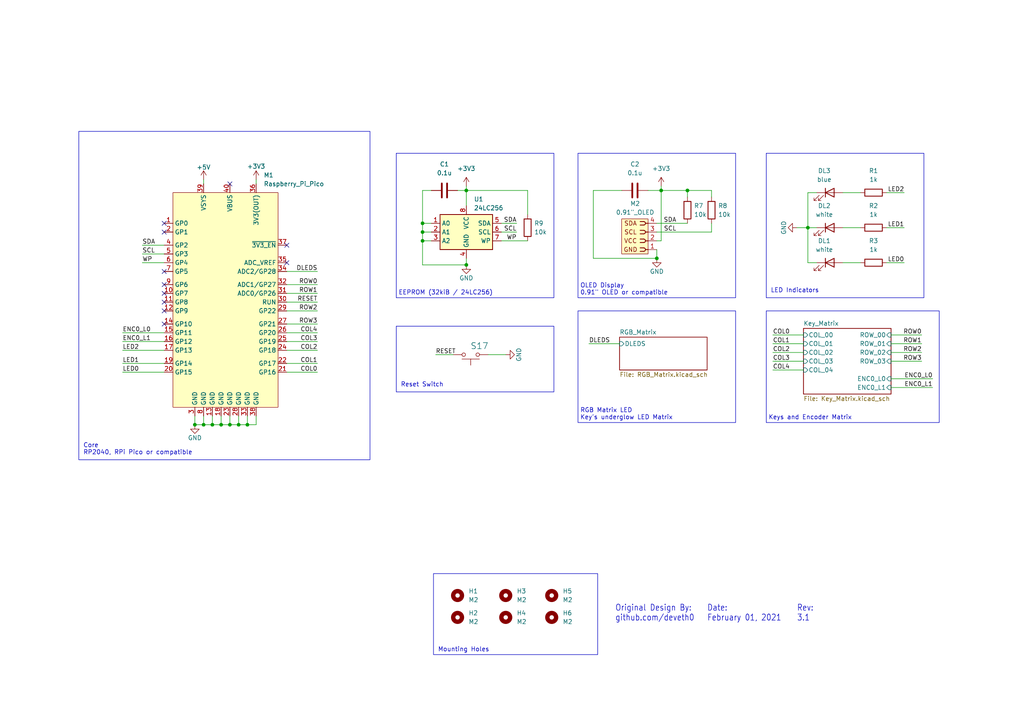
<source format=kicad_sch>
(kicad_sch (version 20231120) (generator "eeschema") (generator_version "8.0")
  (paper "A4")
  (title_block (title "Dumbpad Hotswap RP2040") (date "2024-02-13") (rev "4.0_RP2040") (comment 3 "Powered by QMK and RP2040") (comment 4 "Simple 4x4 macropads with single encoder"))
  (lib_symbols
    (symbol "Device:C" (pin_numbers hide) (pin_names (offset 0.254))
      (property "Reference" "C" (at 0.635 2.54 0))
      (property "Value" "C" (at 0.635 -2.54 0))
      (symbol "C_0_1"
        (polyline (pts (xy -2.032 -0.762) (xy 2.032 -0.762)) (stroke (width 0.508)))
        (polyline (pts (xy -2.032 0.762) (xy 2.032 0.762)) (stroke (width 0.508)))
      )
      (symbol "C_1_1"
        (pin passive line (at 0 3.81 270) (length 2.794) (name "~") (number "1"))
        (pin passive line (at 0 -3.81 90) (length 2.794) (name "~") (number "2"))
      )
    )
    (symbol "Device:LED" (pin_numbers hide) (pin_names (offset 1.016) hide)
      (property "Reference" "D" (at 0 2.54 0))
      (property "Value" "LED" (at 0 -2.54 0))
      (symbol "LED_0_1"
        (polyline (pts (xy -1.27 -1.27) (xy -1.27 1.27)) (stroke (width 0.254)))
        (polyline (pts (xy -1.27 0) (xy 1.27 0)))
        (polyline (pts (xy 1.27 -1.27) (xy 1.27 1.27) (xy -1.27 0) (xy 1.27 -1.27)) (stroke (width 0.254)))
        (polyline (pts (xy -3.048 -0.762) (xy -4.572 -2.286) (xy -3.81 -2.286) (xy -4.572 -2.286) (xy -4.572 -1.524)))
        (polyline (pts (xy -1.778 -0.762) (xy -3.302 -2.286) (xy -2.54 -2.286) (xy -3.302 -2.286) (xy -3.302 -1.524)))
      )
      (symbol "LED_1_1"
        (pin passive line (at -3.81 0 0) (length 2.54) (name "K") (number "1"))
        (pin passive line (at 3.81 0 180) (length 2.54) (name "A") (number "2"))
      )
    )
    (symbol "Device:R" (pin_numbers hide) (pin_names (offset 0))
      (property "Reference" "R" (at 2.032 0 90))
      (property "Value" "R" (at 0 0 90))
      (symbol "R_0_1"
        (rectangle (start -1.016 -2.54) (end 1.016 2.54) (stroke (width 0.254)))
      )
      (symbol "R_1_1"
        (pin passive line (at 0 3.81 270) (length 1.27) (name "~") (number "1"))
        (pin passive line (at 0 -3.81 90) (length 1.27) (name "~") (number "2"))
      )
    )
    (symbol "Mechanical:MountingHole" (pin_names (offset 1.016))
      (property "Reference" "H" (at 0 5.08 0))
      (property "Value" "MountingHole" (at 0 3.175 0))
      (symbol "MountingHole_0_1"
        (circle (center 0 0) (radius 1.27) (stroke (width 1.27)))
      )
    )
    (symbol "Memory_EEPROM:24LC256"
      (property "Reference" "U" (at -6.35 6.35 0))
      (property "Value" "24LC256" (at 1.27 6.35 0))
      (symbol "24LC256_1_1"
        (rectangle (start -7.62 5.08) (end 7.62 -5.08) (stroke (width 0.254)) (fill (type background)))
        (pin input line (at -10.16 2.54 0) (length 2.54) (name "A0") (number "1"))
        (pin input line (at -10.16 0 0) (length 2.54) (name "A1") (number "2"))
        (pin input line (at -10.16 -2.54 0) (length 2.54) (name "A2") (number "3"))
        (pin power_in line (at 0 -7.62 90) (length 2.54) (name "GND") (number "4"))
        (pin bidirectional line (at 10.16 2.54 180) (length 2.54) (name "SDA") (number "5"))
        (pin input line (at 10.16 0 180) (length 2.54) (name "SCL") (number "6"))
        (pin input line (at 10.16 -2.54 180) (length 2.54) (name "WP") (number "7"))
        (pin power_in line (at 0 7.62 270) (length 2.54) (name "VCC") (number "8"))
      )
    )
    (symbol "PCM_SL_Development_Board:Raspberry_Pi_Pico_THT"
      (property "Reference" "A" (at 12.7 34.29 0))
      (property "Value" "Raspberry_Pi_Pico_THT" (at 21.59 31.75 0))
      (symbol "Raspberry_Pi_Pico_THT_0_1"
        (rectangle (start -15.24 29.21) (end 15.24 -33.02) (fill (type background)))
      )
      (symbol "Raspberry_Pi_Pico_THT_1_1"
        (pin bidirectional line (at -17.78 20.32 0) (length 2.54) (name "GP0") (number "1"))
        (pin bidirectional line (at -17.78 0 0) (length 2.54) (name "GP7") (number "10"))
        (pin bidirectional line (at -17.78 -2.54 0) (length 2.54) (name "GP8") (number "11"))
        (pin bidirectional line (at -17.78 -5.08 0) (length 2.54) (name "GP9") (number "12"))
        (pin power_in line (at -3.81 -35.56 90) (length 2.54) (name "GND") (number "13"))
        (pin bidirectional line (at -17.78 -8.89 0) (length 2.54) (name "GP10") (number "14"))
        (pin bidirectional line (at -17.78 -11.43 0) (length 2.54) (name "GP11") (number "15"))
        (pin bidirectional line (at -17.78 -13.97 0) (length 2.54) (name "GP12") (number "16"))
        (pin bidirectional line (at -17.78 -16.51 0) (length 2.54) (name "GP13") (number "17"))
        (pin power_in line (at -1.27 -35.56 90) (length 2.54) (name "GND") (number "18"))
        (pin bidirectional line (at -17.78 -20.32 0) (length 2.54) (name "GP14") (number "19"))
        (pin bidirectional line (at -17.78 17.78 0) (length 2.54) (name "GP1") (number "2"))
        (pin bidirectional line (at -17.78 -22.86 0) (length 2.54) (name "GP15") (number "20"))
        (pin bidirectional line (at 17.78 -22.86 180) (length 2.54) (name "GP16") (number "21"))
        (pin bidirectional line (at 17.78 -20.32 180) (length 2.54) (name "GP17") (number "22"))
        (pin power_in line (at 1.27 -35.56 90) (length 2.54) (name "GND") (number "23"))
        (pin bidirectional line (at 17.78 -16.51 180) (length 2.54) (name "GP18") (number "24"))
        (pin bidirectional line (at 17.78 -13.97 180) (length 2.54) (name "GP19") (number "25"))
        (pin bidirectional line (at 17.78 -11.43 180) (length 2.54) (name "GP20") (number "26"))
        (pin bidirectional line (at 17.78 -8.89 180) (length 2.54) (name "GP21") (number "27"))
        (pin power_in line (at 3.81 -35.56 90) (length 2.54) (name "GND") (number "28"))
        (pin bidirectional line (at 17.78 -5.08 180) (length 2.54) (name "GP22") (number "29"))
        (pin power_in line (at -8.89 -35.56 90) (length 2.54) (name "GND") (number "3"))
        (pin bidirectional line (at 17.78 -2.54 180) (length 2.54) (name "RUN") (number "30"))
        (pin bidirectional line (at 17.78 0 180) (length 2.54) (name "ADC0/GP26") (number "31"))
        (pin bidirectional line (at 17.78 2.54 180) (length 2.54) (name "ADC1/GP27") (number "32"))
        (pin power_in line (at 6.35 -35.56 90) (length 2.54) (name "GND") (number "33"))
        (pin bidirectional line (at 17.78 6.35 180) (length 2.54) (name "ADC2/GP28") (number "34"))
        (pin bidirectional line (at 17.78 8.89 180) (length 2.54) (name "ADC_VREF") (number "35"))
        (pin power_in line (at 8.89 31.75 270) (length 2.54) (name "3V3(OUT)") (number "36"))
        (pin bidirectional line (at 17.78 13.97 180) (length 2.54) (name "~{3V3_EN}") (number "37"))
        (pin power_in line (at 8.89 -35.56 90) (length 2.54) (name "GND") (number "38"))
        (pin power_in line (at -6.35 31.75 270) (length 2.54) (name "VSYS") (number "39"))
        (pin bidirectional line (at -17.78 13.97 0) (length 2.54) (name "GP2") (number "4"))
        (pin power_in line (at 1.27 31.75 270) (length 2.54) (name "VBUS") (number "40"))
        (pin bidirectional line (at -17.78 11.43 0) (length 2.54) (name "GP3") (number "5"))
        (pin bidirectional line (at -17.78 8.89 0) (length 2.54) (name "GP4") (number "6"))
        (pin bidirectional line (at -17.78 6.35 0) (length 2.54) (name "GP5") (number "7"))
        (pin power_in line (at -6.35 -35.56 90) (length 2.54) (name "GND") (number "8"))
        (pin bidirectional line (at -17.78 2.54 0) (length 2.54) (name "GP6") (number "9"))
      )
    )
    (symbol "Switch:SW_Push" (pin_numbers hide) (pin_names (offset 1.016) hide)
      (property "Reference" "SW" (at 1.27 2.54 0))
      (property "Value" "SW_Push" (at 0 -1.524 0))
      (symbol "SW_Push_0_1"
        (circle (center -2.032 0) (radius 0.508))
        (polyline (pts (xy 0 1.27) (xy 0 3.048)))
        (polyline (pts (xy 2.54 1.27) (xy -2.54 1.27)))
        (circle (center 2.032 0) (radius 0.508))
        (pin passive line (at -5.08 0 0) (length 2.54) (name "1") (number "1"))
        (pin passive line (at 5.08 0 180) (length 2.54) (name "2") (number "2"))
      )
    )
    (symbol "dumbpad_symbols:PINHD_1x4_Female_OLED"
      (property "Reference" "J1" (at 0.255 -9.525 0))
      (property "Value" "PINHD_1x4_Female_OLED" (at 0.255 -6.985 0))
      (symbol "PINHD_1x4_Female_OLED_0_1"
        (rectangle (start -3.81 5.08) (end 3.81 -5.08) (fill (type background)))
        (arc (start -3.048 -3.81) (mid -2.8992 -4.1692) (end -2.54 -4.318) (stroke (width 0.25)))
        (arc (start -3.048 -1.27) (mid -2.8992 -1.6292) (end -2.54 -1.778) (stroke (width 0.25)))
        (arc (start -3.048 1.27) (mid -2.8992 0.9108) (end -2.54 0.762) (stroke (width 0.25)))
        (arc (start -3.048 3.81) (mid -2.8992 3.4508) (end -2.54 3.302) (stroke (width 0.25)))
        (arc (start -2.54 -3.302) (mid -2.8992 -3.4508) (end -3.048 -3.81) (stroke (width 0.25)))
        (arc (start -2.54 -0.762) (mid -2.8992 -0.9108) (end -3.048 -1.27) (stroke (width 0.25)))
        (arc (start -2.54 1.778) (mid -2.8992 1.6292) (end -3.048 1.27) (stroke (width 0.25)))
        (arc (start -2.54 4.318) (mid -2.8992 4.1692) (end -3.048 3.81) (stroke (width 0.25)))
        (polyline (pts (xy -3.81 -3.81) (xy -3.048 -3.81)) (stroke (width 0.25)))
        (polyline (pts (xy -3.81 -1.27) (xy -3.048 -1.27)) (stroke (width 0.25)))
        (polyline (pts (xy -3.81 1.27) (xy -3.048 1.27)) (stroke (width 0.25)))
        (polyline (pts (xy -3.81 3.81) (xy -3.048 3.81)) (stroke (width 0.25)))
        (polyline (pts (xy -2.54 -4.318) (xy -1.524 -4.318)) (stroke (width 0.25)))
        (polyline (pts (xy -2.54 -3.302) (xy -1.524 -3.302)) (stroke (width 0.25)))
        (polyline (pts (xy -2.54 -1.778) (xy -1.524 -1.778)) (stroke (width 0.25)))
        (polyline (pts (xy -2.54 -0.762) (xy -1.524 -0.762)) (stroke (width 0.25)))
        (polyline (pts (xy -2.54 0.762) (xy -1.524 0.762)) (stroke (width 0.25)))
        (polyline (pts (xy -2.54 1.778) (xy -1.524 1.778)) (stroke (width 0.25)))
        (polyline (pts (xy -2.54 3.302) (xy -1.524 3.302)) (stroke (width 0.25)))
        (polyline (pts (xy -2.54 4.318) (xy -1.524 4.318)) (stroke (width 0.25)))
      )
      (symbol "PINHD_1x4_Female_OLED_1_1"
        (text "GND" (at 1.27 3.81 0) (effects (font (size 1.27 1.27))))
        (text "SCL" (at 1.27 -1.27 0) (effects (font (size 1.27 1.27))))
        (text "SDA" (at 1.27 -3.81 0) (effects (font (size 1.27 1.27))))
        (text "VCC" (at 1.27 1.27 0) (effects (font (size 1.27 1.27))))
        (pin passive line (at -6.35 3.81 0) (length 2.54) (name "") (number "1"))
        (pin passive line (at -6.35 1.27 0) (length 2.54) (name "") (number "2"))
        (pin passive line (at -6.35 -1.27 0) (length 2.54) (name "") (number "3"))
        (pin passive line (at -6.35 -3.81 0) (length 2.54) (name "") (number "4"))
      )
    )
    (symbol "power:+3V3" (power) (pin_names (offset 0))
      (property "Value" "+3V3" (at 0 3.556 0))
      (symbol "+3V3_0_1"
        (polyline (pts (xy -0.762 1.27) (xy 0 2.54)))
        (polyline (pts (xy 0 0) (xy 0 2.54)))
        (polyline (pts (xy 0 2.54) (xy 0.762 1.27)))
      )
      (symbol "+3V3_1_1"
        (pin power_in line (at 0 0 90) (length 0) hide (name "+3V3") (number "1"))
      )
    )
    (symbol "power:+5V" (power) (pin_names (offset 0))
      (property "Value" "+5V" (at 0 3.556 0))
      (symbol "+5V_0_1"
        (polyline (pts (xy -0.762 1.27) (xy 0 2.54)))
        (polyline (pts (xy 0 0) (xy 0 2.54)))
        (polyline (pts (xy 0 2.54) (xy 0.762 1.27)))
      )
      (symbol "+5V_1_1"
        (pin power_in line (at 0 0 90) (length 0) hide (name "+5V") (number "1"))
      )
    )
    (symbol "power:GND" (power) (pin_names (offset 0))
      (property "Value" "GND" (at 0 -3.81 0))
      (symbol "GND_0_1"
        (polyline (pts (xy 0 0) (xy 0 -1.27) (xy 1.27 -1.27) (xy 0 -2.54) (xy -1.27 -1.27) (xy 0 -1.27)))
      )
      (symbol "GND_1_1"
        (pin power_in line (at 0 0 270) (length 0) hide (name "GND") (number "1"))
      )
    )
  )
  (junction (at 234.315 66.04))
  (junction (at 191.77 55.245))
  (junction (at 190.5 74.93))
  (junction (at 66.675 123.19))
  (junction (at 61.595 123.19))
  (junction (at 69.215 123.19))
  (junction (at 64.135 123.19))
  (junction (at 71.755 123.19))
  (junction (at 122.555 64.77))
  (junction (at 199.39 55.245))
  (junction (at 122.555 67.31))
  (junction (at 59.055 123.19))
  (junction (at 56.515 123.19))
  (junction (at 135.255 76.835))
  (junction (at 122.555 69.85))
  (junction (at 135.255 55.245))
  (no_connect (at 47.625 78.74))
  (no_connect (at 47.625 67.31))
  (no_connect (at 47.625 90.17))
  (no_connect (at 83.185 76.2))
  (no_connect (at 83.185 71.12))
  (no_connect (at 47.625 93.98))
  (no_connect (at 47.625 64.77))
  (no_connect (at 66.675 53.34))
  (no_connect (at 47.625 87.63))
  (no_connect (at 47.625 82.55))
  (no_connect (at 47.625 85.09))
  (wire (pts (xy 199.39 55.245) (xy 199.39 57.15)))
  (wire (pts (xy 191.77 55.245) (xy 191.77 69.85)))
  (wire (pts (xy 236.855 55.88) (xy 234.315 55.88)))
  (wire (pts (xy 64.135 123.19) (xy 61.595 123.19)))
  (wire (pts (xy 35.56 101.6) (xy 47.625 101.6)))
  (wire (pts (xy 83.185 90.17) (xy 92.075 90.17)))
  (wire (pts (xy 132.715 55.245) (xy 135.255 55.245)))
  (wire (pts (xy 122.555 69.85) (xy 122.555 76.835)))
  (wire (pts (xy 234.315 66.04) (xy 234.315 76.2)))
  (wire (pts (xy 199.39 55.245) (xy 206.375 55.245)))
  (wire (pts (xy 258.445 99.695) (xy 267.335 99.695)))
  (wire (pts (xy 270.51 109.855) (xy 258.445 109.855)))
  (wire (pts (xy 244.475 55.88) (xy 249.555 55.88)))
  (wire (pts (xy 122.555 76.835) (xy 135.255 76.835)))
  (wire (pts (xy 190.5 67.31) (xy 206.375 67.31)))
  (wire (pts (xy 83.185 93.98) (xy 92.075 93.98)))
  (wire (pts (xy 190.5 64.77) (xy 199.39 64.77)))
  (wire (pts (xy 135.255 53.975) (xy 135.255 55.245)))
  (wire (pts (xy 244.475 76.2) (xy 249.555 76.2)))
  (wire (pts (xy 41.275 76.2) (xy 47.625 76.2)))
  (wire (pts (xy 131.445 102.87) (xy 126.365 102.87)))
  (wire (pts (xy 141.605 102.87) (xy 146.685 102.87)))
  (wire (pts (xy 35.56 105.41) (xy 47.625 105.41)))
  (wire (pts (xy 233.045 102.235) (xy 224.155 102.235)))
  (wire (pts (xy 64.135 120.65) (xy 64.135 123.19)))
  (wire (pts (xy 234.315 66.04) (xy 236.855 66.04)))
  (wire (pts (xy 145.415 69.85) (xy 153.035 69.85)))
  (wire (pts (xy 56.515 120.65) (xy 56.515 123.19)))
  (wire (pts (xy 122.555 55.245) (xy 122.555 64.77)))
  (wire (pts (xy 83.185 107.95) (xy 92.075 107.95)))
  (wire (pts (xy 66.675 120.65) (xy 66.675 123.19)))
  (wire (pts (xy 83.185 101.6) (xy 92.075 101.6)))
  (wire (pts (xy 59.055 120.65) (xy 59.055 123.19)))
  (wire (pts (xy 191.77 55.245) (xy 199.39 55.245)))
  (wire (pts (xy 69.215 120.65) (xy 69.215 123.19)))
  (wire (pts (xy 270.51 112.395) (xy 258.445 112.395)))
  (wire (pts (xy 83.185 78.74) (xy 92.075 78.74)))
  (wire (pts (xy 59.055 123.19) (xy 56.515 123.19)))
  (wire (pts (xy 122.555 67.31) (xy 125.095 67.31)))
  (wire (pts (xy 74.295 52.07) (xy 74.295 53.34)))
  (wire (pts (xy 83.185 96.52) (xy 92.075 96.52)))
  (wire (pts (xy 190.5 69.85) (xy 191.77 69.85)))
  (wire (pts (xy 233.045 99.695) (xy 224.155 99.695)))
  (wire (pts (xy 257.175 66.04) (xy 262.255 66.04)))
  (wire (pts (xy 122.555 55.245) (xy 125.095 55.245)))
  (wire (pts (xy 153.035 55.245) (xy 135.255 55.245)))
  (wire (pts (xy 258.445 104.775) (xy 267.335 104.775)))
  (wire (pts (xy 61.595 123.19) (xy 59.055 123.19)))
  (wire (pts (xy 41.275 71.12) (xy 47.625 71.12)))
  (wire (pts (xy 66.675 123.19) (xy 64.135 123.19)))
  (wire (pts (xy 190.5 72.39) (xy 190.5 74.93)))
  (wire (pts (xy 172.085 74.93) (xy 190.5 74.93)))
  (wire (pts (xy 83.185 85.09) (xy 92.075 85.09)))
  (wire (pts (xy 234.315 55.88) (xy 234.315 66.04)))
  (wire (pts (xy 257.175 76.2) (xy 262.255 76.2)))
  (wire (pts (xy 83.185 82.55) (xy 92.075 82.55)))
  (wire (pts (xy 233.045 97.155) (xy 224.155 97.155)))
  (wire (pts (xy 41.275 73.66) (xy 47.625 73.66)))
  (wire (pts (xy 35.56 99.06) (xy 47.625 99.06)))
  (wire (pts (xy 71.755 120.65) (xy 71.755 123.19)))
  (wire (pts (xy 206.375 55.245) (xy 206.375 57.15)))
  (wire (pts (xy 69.215 123.19) (xy 66.675 123.19)))
  (wire (pts (xy 233.045 107.315) (xy 224.155 107.315)))
  (wire (pts (xy 122.555 64.77) (xy 122.555 67.31)))
  (wire (pts (xy 83.185 87.63) (xy 92.075 87.63)))
  (wire (pts (xy 191.77 53.975) (xy 191.77 55.245)))
  (wire (pts (xy 35.56 107.95) (xy 47.625 107.95)))
  (wire (pts (xy 172.085 55.245) (xy 172.085 74.93)))
  (wire (pts (xy 257.175 55.88) (xy 262.255 55.88)))
  (wire (pts (xy 180.34 55.245) (xy 172.085 55.245)))
  (wire (pts (xy 61.595 120.65) (xy 61.595 123.19)))
  (wire (pts (xy 122.555 69.85) (xy 125.095 69.85)))
  (wire (pts (xy 145.415 64.77) (xy 149.86 64.77)))
  (wire (pts (xy 145.415 67.31) (xy 149.86 67.31)))
  (wire (pts (xy 71.755 123.19) (xy 69.215 123.19)))
  (wire (pts (xy 179.705 99.695) (xy 170.815 99.695)))
  (wire (pts (xy 59.055 52.07) (xy 59.055 53.34)))
  (wire (pts (xy 258.445 97.155) (xy 267.335 97.155)))
  (wire (pts (xy 122.555 67.31) (xy 122.555 69.85)))
  (wire (pts (xy 74.295 120.65) (xy 74.295 123.19)))
  (wire (pts (xy 74.295 123.19) (xy 71.755 123.19)))
  (wire (pts (xy 187.96 55.245) (xy 191.77 55.245)))
  (wire (pts (xy 206.375 64.77) (xy 206.375 67.31)))
  (wire (pts (xy 35.56 96.52) (xy 47.625 96.52)))
  (wire (pts (xy 83.185 99.06) (xy 92.075 99.06)))
  (wire (pts (xy 258.445 102.235) (xy 267.335 102.235)))
  (wire (pts (xy 122.555 64.77) (xy 125.095 64.77)))
  (wire (pts (xy 234.315 76.2) (xy 236.855 76.2)))
  (wire (pts (xy 234.315 66.04) (xy 231.14 66.04)))
  (wire (pts (xy 244.475 66.04) (xy 249.555 66.04)))
  (wire (pts (xy 135.255 55.245) (xy 135.255 59.69)))
  (wire (pts (xy 83.185 105.41) (xy 92.075 105.41)))
  (wire (pts (xy 233.045 104.775) (xy 224.155 104.775)))
  (wire (pts (xy 135.255 76.835) (xy 135.255 74.93)))
  (wire (pts (xy 153.035 62.23) (xy 153.035 55.245)))
  (rectangle (start 222.25 90.17) (end 272.415 122.555))
  (rectangle (start 222.25 44.45) (end 267.97 86.36))
  (rectangle (start 167.64 44.45) (end 213.36 86.36))
  (rectangle (start 22.86 38.1) (end 107.315 133.35))
  (rectangle (start 125.73 166.37) (end 173.355 189.865))
  (rectangle (start 114.935 94.615) (end 160.655 113.665))
  (rectangle (start 167.64 90.17) (end 213.36 122.555))
  (rectangle (start 114.935 44.45) (end 160.655 86.36))
  (text "OLED Display\n0.91\" OLED or compatible" (at 168.275 85.725 0) (effects (font (size 1.27 1.27)) (justify left bottom)))
  (text "Keys and Encoder Matrix" (at 222.885 121.92 0) (effects (font (size 1.27 1.27)) (justify left bottom)))
  (text "Rev:\n3.1" (at 231.14 180.34 0) (effects (font (size 1.778 1.5113)) (justify left bottom)))
  (text "Core\nRP2040, RPi Pico or compatible" (at 24.13 132.08 0) (effects (font (size 1.27 1.27)) (justify left bottom)))
  (text "Original Design By:\ngithub.com/deveth0" (at 178.435 180.34 0) (effects (font (size 1.778 1.5113)) (justify left bottom)))
  (text "LED Indicators\n" (at 223.52 85.09 0) (effects (font (size 1.27 1.27)) (justify left bottom)))
  (text "RGB Matrix LED\nKey's underglow LED Matrix" (at 168.275 121.92 0) (effects (font (size 1.27 1.27)) (justify left bottom)))
  (text "EEPROM (32kiB / 24LC256)" (at 115.57 85.725 0) (effects (font (size 1.27 1.27)) (justify left bottom)))
  (text "Reset Switch" (at 116.205 112.395 0) (effects (font (size 1.27 1.27)) (justify left bottom)))
  (text "Mounting Holes" (at 127 189.23 0) (effects (font (size 1.27 1.27)) (justify left bottom)))
  (text "Date:\nFebruary 01, 2021" (at 205.105 180.34 0) (effects (font (size 1.778 1.5113)) (justify left bottom)))
  (label "RESET" (at 92.075 87.63 180) (effects (font (size 1.2446 1.2446))))
  (label "COL0" (at 224.155 97.155 0) (effects (font (size 1.2446 1.2446))))
  (label "ROW3" (at 267.335 104.775 180) (effects (font (size 1.2446 1.2446))))
  (label "SDA" (at 41.275 71.12 0))
  (label "SCL" (at 41.275 73.66 0))
  (label "ROW1" (at 267.335 99.695 180) (effects (font (size 1.2446 1.2446))))
  (label "ROW1" (at 92.075 85.09 180) (effects (font (size 1.2446 1.2446))))
  (label "LED1" (at 35.56 105.41 0) (effects (font (size 1.2446 1.2446))))
  (label "ENC0_L1" (at 270.51 112.395 180) (effects (font (size 1.2446 1.2446))))
  (label "COL3" (at 92.075 99.06 180) (effects (font (size 1.2446 1.2446))))
  (label "DLEDS" (at 92.075 78.74 180))
  (label "DLEDS" (at 170.815 99.695 0))
  (label "COL4" (at 92.075 96.52 180) (effects (font (size 1.2446 1.2446))))
  (label "ROW2" (at 92.075 90.17 180) (effects (font (size 1.2446 1.2446))))
  (label "SCL" (at 149.86 67.31 180))
  (label "COL3" (at 224.155 104.775 0) (effects (font (size 1.2446 1.2446))))
  (label "ROW3" (at 92.075 93.98 180) (effects (font (size 1.2446 1.2446))))
  (label "LED0" (at 35.56 107.95 0) (effects (font (size 1.2446 1.2446))))
  (label "ENC0_L1" (at 35.56 99.06 0) (effects (font (size 1.2446 1.2446))))
  (label "ROW0" (at 267.335 97.155 180) (effects (font (size 1.2446 1.2446))))
  (label "ENC0_L0" (at 35.56 96.52 0) (effects (font (size 1.2446 1.2446))))
  (label "COL4" (at 224.155 107.315 0) (effects (font (size 1.2446 1.2446))))
  (label "SDA" (at 196.215 64.77 180))
  (label "LED2" (at 35.56 101.6 0) (effects (font (size 1.2446 1.2446))))
  (label "WP" (at 149.86 69.85 180))
  (label "ROW0" (at 92.075 82.55 180) (effects (font (size 1.2446 1.2446))))
  (label "COL0" (at 92.075 107.95 180) (effects (font (size 1.2446 1.2446))))
  (label "ROW2" (at 267.335 102.235 180) (effects (font (size 1.2446 1.2446))))
  (label "ENC0_L0" (at 270.51 109.855 180) (effects (font (size 1.2446 1.2446))))
  (label "SCL" (at 196.215 67.31 180))
  (label "LED2" (at 262.255 55.88 180) (effects (font (size 1.2446 1.2446))))
  (label "WP" (at 41.275 76.2 0))
  (label "LED0" (at 262.255 76.2 180) (effects (font (size 1.2446 1.2446))))
  (label "LED1" (at 262.255 66.04 180) (effects (font (size 1.2446 1.2446))))
  (label "RESET" (at 126.365 102.87 0) (effects (font (size 1.2446 1.2446))))
  (label "COL2" (at 92.075 101.6 180) (effects (font (size 1.2446 1.2446))))
  (label "COL1" (at 224.155 99.695 0) (effects (font (size 1.2446 1.2446))))
  (label "SDA" (at 149.86 64.77 180))
  (label "COL2" (at 224.155 102.235 0) (effects (font (size 1.2446 1.2446))))
  (label "COL1" (at 92.075 105.41 180) (effects (font (size 1.2446 1.2446))))
  (symbol (lib_id "Device:LED") (at 240.665 66.04 0) (unit 1)
    (property "Reference" "DL2" (at 239.0775 59.69 0))
    (property "Value" "white" (at 239.0775 62.23 0))
    (property "Footprint" "LED_SMD:LED_0603_1608Metric" (effects (hide yes)))
  )
  (symbol (lib_id "Mechanical:MountingHole") (at 132.715 172.72 0) (unit 1)
    (property "Reference" "H1" (at 135.89 171.45 0) (effects (justify left)))
    (property "Value" "M2" (at 135.89 173.99 0) (effects (justify left)))
    (property "Footprint" "MountingHole:MountingHole_2.2mm_M2_DIN965" (effects (hide yes)))
  )
  (symbol (lib_id "PCM_SL_Development_Board:Raspberry_Pi_Pico_THT") (at 65.405 85.09 0) (unit 1)
    (property "Reference" "M1" (at 76.4891 50.8 0) (effects (justify left)))
    (property "Value" "Raspberry_Pi_Pico" (at 76.4891 53.34 0) (effects (justify left)))
    (property "Footprint" "PCM_SL_Development_Boards:raspberry_pi_pico_THT" (effects (hide yes)))
  )
  (symbol (lib_id "power:+3V3") (at 191.77 53.975 0) (unit 1)
    (property "Reference" "#PWR03" (effects (hide yes)))
    (property "Value" "+3V3" (at 191.77 48.895 0))
  )
  (symbol (lib_id "Device:R") (at 253.365 76.2 270) (unit 1)
    (property "Reference" "R3" (at 253.365 69.85 90))
    (property "Value" "1k" (at 253.365 72.39 90))
    (property "Footprint" "Resistor_SMD:R_0603_1608Metric" (effects (hide yes)))
  )
  (symbol (lib_id "power:GND") (at 56.515 123.19 0) (unit 1)
    (property "Reference" "#GND05" (effects (hide yes)))
    (property "Value" "GND" (at 56.515 127 0))
    (property "Footprint" "dumbpad:" (effects (hide yes)))
  )
  (symbol (lib_id "Device:LED") (at 240.665 55.88 0) (unit 1)
    (property "Reference" "DL3" (at 239.0775 49.53 0))
    (property "Value" "blue" (at 239.0775 52.07 0))
    (property "Footprint" "LED_SMD:LED_0603_1608Metric" (effects (hide yes)))
  )
  (symbol (lib_id "Device:R") (at 253.365 55.88 270) (unit 1)
    (property "Reference" "R1" (at 253.365 49.53 90))
    (property "Value" "1k" (at 253.365 52.07 90))
    (property "Footprint" "Resistor_SMD:R_0603_1608Metric" (effects (hide yes)))
  )
  (symbol (lib_id "Device:R") (at 206.375 60.96 180) (unit 1)
    (property "Reference" "R8" (at 208.28 59.69 0) (effects (justify right)))
    (property "Value" "10k" (at 208.28 62.23 0) (effects (justify right)))
    (property "Footprint" "Resistor_SMD:R_0603_1608Metric" (effects (hide yes)))
  )
  (symbol (lib_id "power:GND") (at 146.685 102.87 90) (unit 1)
    (property "Reference" "#GND04" (effects (hide yes)))
    (property "Value" "GND" (at 150.495 102.87 0))
    (property "Footprint" "dumbpad:" (effects (hide yes)))
  )
  (symbol (lib_id "power:GND") (at 190.5 74.93 0) (unit 1)
    (property "Reference" "#GND08" (effects (hide yes)))
    (property "Value" "GND" (at 190.5 78.74 0))
    (property "Footprint" "dumbpad:" (effects (hide yes)))
  )
  (symbol (lib_id "Device:LED") (at 240.665 76.2 0) (unit 1)
    (property "Reference" "DL1" (at 239.0775 69.85 0))
    (property "Value" "white" (at 239.0775 72.39 0))
    (property "Footprint" "LED_SMD:LED_0603_1608Metric" (effects (hide yes)))
  )
  (symbol (lib_id "Mechanical:MountingHole") (at 160.02 179.07 0) (unit 1)
    (property "Reference" "H6" (at 163.195 177.8 0) (effects (justify left)))
    (property "Value" "M2" (at 163.195 180.34 0) (effects (justify left)))
    (property "Footprint" "MountingHole:MountingHole_2.2mm_M2_DIN965" (effects (hide yes)))
  )
  (symbol (lib_id "Device:R") (at 153.035 66.04 180) (unit 1)
    (property "Reference" "R9" (at 154.94 64.77 0) (effects (justify right)))
    (property "Value" "10k" (at 154.94 67.31 0) (effects (justify right)))
    (property "Footprint" "Resistor_SMD:R_0603_1608Metric" (effects (hide yes)))
  )
  (symbol (lib_id "Device:C") (at 184.15 55.245 270) (unit 1)
    (property "Reference" "C2" (at 184.15 47.625 90))
    (property "Value" "0.1u" (at 184.15 50.165 90))
    (property "Footprint" "Capacitor_SMD:C_0603_1608Metric" (effects (hide yes)))
  )
  (symbol (lib_id "Device:C") (at 128.905 55.245 270) (unit 1)
    (property "Reference" "C1" (at 128.905 47.625 90))
    (property "Value" "0.1u" (at 128.905 50.165 90))
    (property "Footprint" "Capacitor_SMD:C_0603_1608Metric" (effects (hide yes)))
  )
  (symbol (lib_id "power:+5V") (at 59.055 52.07 0) (unit 1)
    (property "Reference" "#SUPPLY01" (effects (hide yes)))
    (property "Value" "+5V" (at 59.055 48.514 0))
    (property "Footprint" "dumbpad:" (effects (hide yes)))
  )
  (symbol (lib_id "Mechanical:MountingHole") (at 146.685 179.07 0) (unit 1)
    (property "Reference" "H4" (at 149.86 177.8 0) (effects (justify left)))
    (property "Value" "M2" (at 149.86 180.34 0) (effects (justify left)))
    (property "Footprint" "MountingHole:MountingHole_2.2mm_M2_DIN965" (effects (hide yes)))
  )
  (symbol (lib_id "Device:R") (at 199.39 60.96 180) (unit 1)
    (property "Reference" "R7" (at 201.295 59.69 0) (effects (justify right)))
    (property "Value" "10k" (at 201.295 62.23 0) (effects (justify right)))
    (property "Footprint" "Resistor_SMD:R_0603_1608Metric" (effects (hide yes)))
  )
  (symbol (lib_id "power:+3V3") (at 74.295 52.07 0) (unit 1)
    (property "Reference" "#PWR01" (effects (hide yes)))
    (property "Value" "+3V3" (at 74.295 48.26 0))
  )
  (symbol (lib_id "power:GND") (at 135.255 76.835 0) (unit 1)
    (property "Reference" "#GND01" (effects (hide yes)))
    (property "Value" "GND" (at 135.255 80.645 0))
    (property "Footprint" "dumbpad:" (effects (hide yes)))
  )
  (symbol (lib_id "Mechanical:MountingHole") (at 132.715 179.07 0) (unit 1)
    (property "Reference" "H2" (at 135.89 177.8 0) (effects (justify left)))
    (property "Value" "M2" (at 135.89 180.34 0) (effects (justify left)))
    (property "Footprint" "MountingHole:MountingHole_2.2mm_M2_DIN965" (effects (hide yes)))
  )
  (symbol (lib_id "Mechanical:MountingHole") (at 160.02 172.72 0) (unit 1)
    (property "Reference" "H5" (at 163.195 171.45 0) (effects (justify left)))
    (property "Value" "M2" (at 163.195 173.99 0) (effects (justify left)))
    (property "Footprint" "MountingHole:MountingHole_2.2mm_M2_DIN965" (effects (hide yes)))
  )
  (symbol (lib_id "dumbpad_symbols:PINHD_1x4_Female_OLED") (at 184.15 68.58 180) (unit 1)
    (property "Reference" "M2" (at 184.2125 59.055 0))
    (property "Value" "0.91\"_OLED" (at 184.2125 61.595 0))
    (property "Footprint" "Connector_PinSocket_2.54mm:PinSocket_1x04_P2.54mm_Vertical" (effects (hide yes)))
  )
  (symbol (lib_id "Device:R") (at 253.365 66.04 270) (unit 1)
    (property "Reference" "R2" (at 253.365 59.69 90))
    (property "Value" "1k" (at 253.365 62.23 90))
    (property "Footprint" "Resistor_SMD:R_0603_1608Metric" (effects (hide yes)))
  )
  (symbol (lib_id "Memory_EEPROM:24LC256") (at 135.255 67.31 0) (unit 1)
    (property "Reference" "U1" (at 137.4491 57.785 0) (effects (justify left)))
    (property "Value" "24LC256" (at 137.4491 60.325 0) (effects (justify left)))
    (property "Footprint" "Package_SO:SOIC-8_3.9x4.9mm_P1.27mm" (effects (hide yes)))
    (property "Datasheet" "http://ww1.microchip.com/downloads/en/devicedoc/21203m.pdf" (effects (hide yes)))
  )
  (symbol (lib_id "Mechanical:MountingHole") (at 146.685 172.72 0) (unit 1)
    (property "Reference" "H3" (at 149.86 171.45 0) (effects (justify left)))
    (property "Value" "M2" (at 149.86 173.99 0) (effects (justify left)))
    (property "Footprint" "MountingHole:MountingHole_2.2mm_M2_DIN965" (effects (hide yes)))
  )
  (symbol (lib_id "power:+3V3") (at 135.255 53.975 0) (unit 1)
    (property "Reference" "#PWR02" (effects (hide yes)))
    (property "Value" "+3V3" (at 135.255 48.895 0))
  )
  (symbol (lib_id "power:GND") (at 231.14 66.04 270) (unit 1)
    (property "Reference" "#GND02" (effects (hide yes)))
    (property "Value" "GND" (at 227.33 66.04 0))
    (property "Footprint" "dumbpad:" (effects (hide yes)))
  )
  (symbol (lib_id "Switch:SW_Push") (at 136.525 102.87 180) (unit 1)
    (property "Reference" "S17" (at 139.065 99.314 0) (effects (font (size 1.778 1.778)) (justify bottom)))
    (property "Value" "SPST Push Button" (effects (hide yes)))
    (property "Footprint" "dumbpad:SW_Push_SPST_NO_Alps_SKRK" (effects (hide yes)))
  )
  (sheet (at 179.705 97.79) (size 25.4 9.525) (stroke (width 0.1524))
    (property "Sheetname" "RGB_Matrix" (at 179.705 97.0784 0) (effects (justify left bottom)))
    (property "Sheetfile" "RGB_Matrix.kicad_sch" (at 179.705 107.8996 0) (effects (justify left top)))
    (pin "DLEDS" input (at 179.705 99.695 180))
  )
  (sheet (at 233.045 95.25) (size 25.4 19.05) (stroke (width 0.1524))
    (property "Sheetname" "Key_Matrix" (at 233.045 94.5384 0) (effects (justify left bottom)))
    (property "Sheetfile" "Key_Matrix.kicad_sch" (at 233.045 114.8846 0) (effects (justify left top)))
    (pin "COL_00" input (at 233.045 97.155 180))
    (pin "ROW_03" input (at 258.445 104.775 0))
    (pin "ENC0_L1" input (at 258.445 112.395 0))
    (pin "ENC0_L0" input (at 258.445 109.855 0))
    (pin "ROW_02" input (at 258.445 102.235 0))
    (pin "ROW_01" input (at 258.445 99.695 0))
    (pin "COL_02" input (at 233.045 102.235 180))
    (pin "COL_01" input (at 233.045 99.695 180))
    (pin "ROW_00" input (at 258.445 97.155 0))
    (pin "COL_03" input (at 233.045 104.775 180))
    (pin "COL_04" input (at 233.045 107.315 180))
  )
)
</source>
